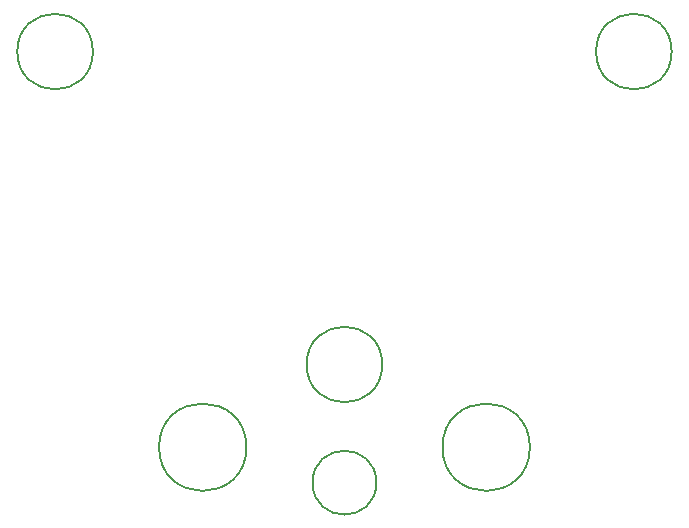
<source format=gbr>
%TF.GenerationSoftware,KiCad,Pcbnew,(7.0.0-0)*%
%TF.CreationDate,2023-03-27T01:09:40-05:00*%
%TF.ProjectId,RP2040_minimal,52503230-3430-45f6-9d69-6e696d616c2e,REV1*%
%TF.SameCoordinates,Original*%
%TF.FileFunction,Other,Comment*%
%FSLAX46Y46*%
G04 Gerber Fmt 4.6, Leading zero omitted, Abs format (unit mm)*
G04 Created by KiCad (PCBNEW (7.0.0-0)) date 2023-03-27 01:09:40*
%MOMM*%
%LPD*%
G01*
G04 APERTURE LIST*
%ADD10C,0.150000*%
G04 APERTURE END LIST*
D10*
%TO.C,REF\u002A\u002A*%
X-8300000Y-20000000D02*
G75*
G03*
X-8300000Y-20000000I-3700000J0D01*
G01*
X15700000Y-20000000D02*
G75*
G03*
X15700000Y-20000000I-3700000J0D01*
G01*
X2700000Y-23000000D02*
G75*
G03*
X2700000Y-23000000I-2700000J0D01*
G01*
%TO.C,H3*%
X3200000Y-13000000D02*
G75*
G03*
X3200000Y-13000000I-3200000J0D01*
G01*
%TO.C,H2*%
X27700000Y13500000D02*
G75*
G03*
X27700000Y13500000I-3200000J0D01*
G01*
%TO.C,H1*%
X-21300000Y13500000D02*
G75*
G03*
X-21300000Y13500000I-3200000J0D01*
G01*
%TD*%
M02*

</source>
